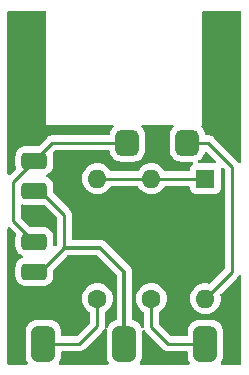
<source format=gbr>
%TF.GenerationSoftware,KiCad,Pcbnew,7.0.9*%
%TF.CreationDate,2025-02-23T20:23:03+01:00*%
%TF.ProjectId,filament-jar,66696c61-6d65-46e7-942d-6a61722e6b69,rev?*%
%TF.SameCoordinates,Original*%
%TF.FileFunction,Copper,L1,Top*%
%TF.FilePolarity,Positive*%
%FSLAX46Y46*%
G04 Gerber Fmt 4.6, Leading zero omitted, Abs format (unit mm)*
G04 Created by KiCad (PCBNEW 7.0.9) date 2025-02-23 20:23:03*
%MOMM*%
%LPD*%
G01*
G04 APERTURE LIST*
G04 Aperture macros list*
%AMRoundRect*
0 Rectangle with rounded corners*
0 $1 Rounding radius*
0 $2 $3 $4 $5 $6 $7 $8 $9 X,Y pos of 4 corners*
0 Add a 4 corners polygon primitive as box body*
4,1,4,$2,$3,$4,$5,$6,$7,$8,$9,$2,$3,0*
0 Add four circle primitives for the rounded corners*
1,1,$1+$1,$2,$3*
1,1,$1+$1,$4,$5*
1,1,$1+$1,$6,$7*
1,1,$1+$1,$8,$9*
0 Add four rect primitives between the rounded corners*
20,1,$1+$1,$2,$3,$4,$5,0*
20,1,$1+$1,$4,$5,$6,$7,0*
20,1,$1+$1,$6,$7,$8,$9,0*
20,1,$1+$1,$8,$9,$2,$3,0*%
G04 Aperture macros list end*
%TA.AperFunction,ConnectorPad*%
%ADD10RoundRect,0.500000X-0.500000X-1.000000X0.500000X-1.000000X0.500000X1.000000X-0.500000X1.000000X0*%
%TD*%
%TA.AperFunction,ConnectorPad*%
%ADD11RoundRect,0.350000X0.750000X-0.350000X0.750000X0.350000X-0.750000X0.350000X-0.750000X-0.350000X0*%
%TD*%
%TA.AperFunction,ComponentPad*%
%ADD12C,1.600000*%
%TD*%
%TA.AperFunction,ComponentPad*%
%ADD13O,1.600000X1.600000*%
%TD*%
%TA.AperFunction,ConnectorPad*%
%ADD14RoundRect,0.500000X-0.500000X-0.600000X0.500000X-0.600000X0.500000X0.600000X-0.500000X0.600000X0*%
%TD*%
%TA.AperFunction,ComponentPad*%
%ADD15R,1.600000X1.600000*%
%TD*%
%TA.AperFunction,Conductor*%
%ADD16C,0.250000*%
%TD*%
%TA.AperFunction,Conductor*%
%ADD17C,0.300000*%
%TD*%
G04 APERTURE END LIST*
D10*
%TO.P,,*%
%TO.N,LED*%
X108204000Y-78994000D03*
%TD*%
%TO.P,,*%
%TO.N,GND*%
X101346000Y-78994000D03*
%TD*%
D11*
%TO.P,,*%
%TO.N,VCC*%
X93726000Y-70358000D03*
%TD*%
%TO.P,,*%
%TO.N,GND*%
X93726000Y-72898000D03*
%TD*%
D12*
%TO.P,REF\u002A\u002A,1*%
%TO.N,LED*%
X99060000Y-75184000D03*
D13*
%TO.P,REF\u002A\u002A,2*%
%TO.N,VCC*%
X99060000Y-65024000D03*
%TD*%
D14*
%TO.P,,*%
%TO.N,VCC*%
X101600000Y-61976000D03*
%TD*%
D15*
%TO.P,REF\u002A\u002A,1*%
%TO.N,VCC*%
X108204000Y-65024000D03*
D13*
%TO.P,REF\u002A\u002A,2*%
X108204000Y-75184000D03*
%TD*%
D12*
%TO.P,REF\u002A\u002A,1*%
%TO.N,LED*%
X103632000Y-75184000D03*
D13*
%TO.P,REF\u002A\u002A,2*%
%TO.N,VCC*%
X103632000Y-65024000D03*
%TD*%
D11*
%TO.P,,*%
%TO.N,GND*%
X93726000Y-66040000D03*
%TD*%
%TO.P,,*%
%TO.N,VCC*%
X93726000Y-63500000D03*
%TD*%
D10*
%TO.P,,*%
%TO.N,LED*%
X94488000Y-78994000D03*
%TD*%
D14*
%TO.P,,*%
%TO.N,VCC*%
X106680000Y-61976000D03*
%TD*%
D16*
%TO.N,VCC*%
X91948000Y-65278000D02*
X95250000Y-61976000D01*
X95250000Y-61976000D02*
X101600000Y-61976000D01*
X91948000Y-68580000D02*
X91948000Y-65278000D01*
X108458000Y-61976000D02*
X106680000Y-61976000D01*
X110490000Y-64008000D02*
X108458000Y-61976000D01*
X110490000Y-72898000D02*
X110490000Y-64008000D01*
X108204000Y-75184000D02*
X110490000Y-72898000D01*
X93726000Y-70358000D02*
X91948000Y-68580000D01*
X108204000Y-65024000D02*
X99060000Y-65024000D01*
D17*
%TO.N,GND*%
X99314000Y-70866000D02*
X96266000Y-70866000D01*
D16*
X96266000Y-68072000D02*
X96266000Y-70866000D01*
D17*
X101346000Y-72898000D02*
X99314000Y-70866000D01*
X101346000Y-79248000D02*
X101346000Y-72898000D01*
D16*
X94234000Y-66040000D02*
X96266000Y-68072000D01*
X96266000Y-70866000D02*
X94234000Y-72898000D01*
%TO.N,LED*%
X103632000Y-75692000D02*
X103632000Y-77597000D01*
X99060000Y-77470000D02*
X97536000Y-78994000D01*
X99060000Y-75184000D02*
X99060000Y-77470000D01*
X105029000Y-78994000D02*
X108204000Y-78994000D01*
X103632000Y-77597000D02*
X105029000Y-78994000D01*
X97536000Y-78994000D02*
X94488000Y-78994000D01*
%TD*%
%TA.AperFunction,NonConductor*%
G36*
X108322139Y-62736213D02*
G01*
X108359090Y-62761680D01*
X109109229Y-63511819D01*
X109142714Y-63573142D01*
X109137730Y-63642834D01*
X109095858Y-63698767D01*
X109030394Y-63723184D01*
X109021548Y-63723500D01*
X107649354Y-63723500D01*
X107582315Y-63703815D01*
X107536560Y-63651011D01*
X107526616Y-63581853D01*
X107555641Y-63518297D01*
X107591937Y-63489595D01*
X107733407Y-63415698D01*
X107891109Y-63287109D01*
X108019698Y-63129407D01*
X108113909Y-62949049D01*
X108152194Y-62815248D01*
X108189560Y-62756212D01*
X108252914Y-62726748D01*
X108322139Y-62736213D01*
G37*
%TD.AperFunction*%
%TA.AperFunction,NonConductor*%
G36*
X111194539Y-50820185D02*
G01*
X111240294Y-50872989D01*
X111251500Y-50924500D01*
X111251500Y-63610319D01*
X111231815Y-63677358D01*
X111179011Y-63723113D01*
X111109853Y-63733057D01*
X111046297Y-63704032D01*
X111027188Y-63683213D01*
X111015092Y-63666564D01*
X111011898Y-63661703D01*
X110988170Y-63621580D01*
X110988168Y-63621578D01*
X110988165Y-63621574D01*
X110974006Y-63607415D01*
X110961368Y-63592619D01*
X110949656Y-63576499D01*
X110949594Y-63576413D01*
X110913688Y-63546709D01*
X110909376Y-63542786D01*
X108958803Y-61592212D01*
X108948980Y-61579950D01*
X108948759Y-61580134D01*
X108943786Y-61574123D01*
X108925159Y-61556631D01*
X108893364Y-61526773D01*
X108882919Y-61516328D01*
X108872475Y-61505883D01*
X108866986Y-61501625D01*
X108862561Y-61497847D01*
X108828582Y-61465938D01*
X108828580Y-61465936D01*
X108828577Y-61465935D01*
X108811029Y-61456288D01*
X108794763Y-61445604D01*
X108778933Y-61433325D01*
X108736168Y-61414818D01*
X108730922Y-61412248D01*
X108690093Y-61389803D01*
X108690092Y-61389802D01*
X108670693Y-61384822D01*
X108652281Y-61378518D01*
X108633898Y-61370562D01*
X108633892Y-61370560D01*
X108587874Y-61363272D01*
X108582152Y-61362087D01*
X108537021Y-61350500D01*
X108537019Y-61350500D01*
X108516984Y-61350500D01*
X108497586Y-61348973D01*
X108490162Y-61347797D01*
X108477805Y-61345840D01*
X108477804Y-61345840D01*
X108431416Y-61350225D01*
X108425578Y-61350500D01*
X108296857Y-61350500D01*
X108229818Y-61330815D01*
X108184063Y-61278011D01*
X108173344Y-61237480D01*
X108169886Y-61198584D01*
X108169886Y-61198583D01*
X108169886Y-61198582D01*
X108113909Y-61002951D01*
X108019698Y-60822593D01*
X107891109Y-60664891D01*
X107891105Y-60664886D01*
X107889404Y-60663185D01*
X107888767Y-60662018D01*
X107887135Y-60660017D01*
X107887508Y-60659712D01*
X107855919Y-60601862D01*
X107860903Y-60532170D01*
X107902775Y-60476237D01*
X107929799Y-60460874D01*
X107949999Y-60452540D01*
X107950000Y-60452541D01*
X107950383Y-60452383D01*
X107950500Y-60452099D01*
X107950541Y-60452000D01*
X107950540Y-60451997D01*
X107950583Y-60427889D01*
X107950500Y-60427467D01*
X107950500Y-50924500D01*
X107970185Y-50857461D01*
X108022989Y-50811706D01*
X108074500Y-50800500D01*
X111127500Y-50800500D01*
X111194539Y-50820185D01*
G37*
%TD.AperFunction*%
%TA.AperFunction,NonConductor*%
G36*
X94684539Y-50820185D02*
G01*
X94730294Y-50872989D01*
X94741500Y-50924500D01*
X94741500Y-60427467D01*
X94741416Y-60427889D01*
X94741459Y-60452001D01*
X94741500Y-60452099D01*
X94741616Y-60452382D01*
X94741618Y-60452384D01*
X94741808Y-60452462D01*
X94742000Y-60452541D01*
X94742002Y-60452539D01*
X94766616Y-60452524D01*
X94766616Y-60452528D01*
X94766760Y-60452500D01*
X100301919Y-60452500D01*
X100368958Y-60472185D01*
X100414713Y-60524989D01*
X100424657Y-60594147D01*
X100395632Y-60657703D01*
X100389600Y-60664181D01*
X100388894Y-60664886D01*
X100260304Y-60822590D01*
X100166089Y-61002954D01*
X100110114Y-61198583D01*
X100110113Y-61198587D01*
X100106656Y-61237480D01*
X100081112Y-61302513D01*
X100024464Y-61343413D01*
X99983143Y-61350500D01*
X95332737Y-61350500D01*
X95317120Y-61348776D01*
X95317093Y-61349062D01*
X95309331Y-61348327D01*
X95240203Y-61350500D01*
X95210650Y-61350500D01*
X95209929Y-61350590D01*
X95203757Y-61351369D01*
X95197945Y-61351826D01*
X95151373Y-61353290D01*
X95151372Y-61353290D01*
X95132129Y-61358881D01*
X95113079Y-61362825D01*
X95093211Y-61365334D01*
X95093209Y-61365335D01*
X95049884Y-61382488D01*
X95044357Y-61384380D01*
X94999610Y-61397381D01*
X94999609Y-61397382D01*
X94982367Y-61407579D01*
X94964899Y-61416137D01*
X94946269Y-61423513D01*
X94946267Y-61423514D01*
X94908576Y-61450898D01*
X94903694Y-61454105D01*
X94863579Y-61477830D01*
X94849408Y-61492000D01*
X94834623Y-61504628D01*
X94818412Y-61516407D01*
X94788709Y-61552310D01*
X94784777Y-61556631D01*
X94078228Y-62263181D01*
X94016905Y-62296666D01*
X93990547Y-62299500D01*
X92902045Y-62299500D01*
X92860500Y-62302317D01*
X92680978Y-62346963D01*
X92680976Y-62346964D01*
X92515249Y-62429156D01*
X92371059Y-62545059D01*
X92255156Y-62689249D01*
X92172964Y-62854976D01*
X92172963Y-62854978D01*
X92128317Y-63034500D01*
X92125500Y-63076045D01*
X92125500Y-63923955D01*
X92128317Y-63965499D01*
X92142855Y-64023954D01*
X92160189Y-64093657D01*
X92160709Y-64095745D01*
X92157785Y-64165553D01*
X92128055Y-64213352D01*
X91652181Y-64689227D01*
X91590858Y-64722712D01*
X91521167Y-64717728D01*
X91465233Y-64675857D01*
X91440816Y-64610392D01*
X91440500Y-64601546D01*
X91440500Y-50924500D01*
X91460185Y-50857461D01*
X91512989Y-50811706D01*
X91564500Y-50800500D01*
X94617500Y-50800500D01*
X94684539Y-50820185D01*
G37*
%TD.AperFunction*%
%TA.AperFunction,NonConductor*%
G36*
X92727406Y-67204583D02*
G01*
X92860505Y-67237683D01*
X92898785Y-67240278D01*
X92902045Y-67240500D01*
X92902046Y-67240500D01*
X94498548Y-67240500D01*
X94565587Y-67260185D01*
X94586229Y-67276819D01*
X95604181Y-68294771D01*
X95637666Y-68356094D01*
X95640500Y-68382452D01*
X95640500Y-70555546D01*
X95620815Y-70622585D01*
X95604181Y-70643227D01*
X95538181Y-70709227D01*
X95476858Y-70742712D01*
X95407166Y-70737728D01*
X95351233Y-70695856D01*
X95326816Y-70630392D01*
X95326500Y-70621546D01*
X95326500Y-69934045D01*
X95326237Y-69930179D01*
X95323683Y-69892505D01*
X95279037Y-69712979D01*
X95196842Y-69547247D01*
X95146945Y-69485173D01*
X95080940Y-69403059D01*
X94978785Y-69320945D01*
X94936753Y-69287158D01*
X94936751Y-69287157D01*
X94936750Y-69287156D01*
X94771023Y-69204964D01*
X94771021Y-69204963D01*
X94591497Y-69160317D01*
X94591501Y-69160317D01*
X94549955Y-69157500D01*
X94549954Y-69157500D01*
X93461452Y-69157500D01*
X93394413Y-69137815D01*
X93373771Y-69121181D01*
X92609819Y-68357228D01*
X92576334Y-68295905D01*
X92573500Y-68269547D01*
X92573500Y-67324922D01*
X92593185Y-67257883D01*
X92645989Y-67212128D01*
X92715147Y-67202184D01*
X92727406Y-67204583D01*
G37*
%TD.AperFunction*%
%TA.AperFunction,NonConductor*%
G36*
X105448958Y-60472185D02*
G01*
X105494713Y-60524989D01*
X105504657Y-60594147D01*
X105475632Y-60657703D01*
X105469600Y-60664181D01*
X105468894Y-60664886D01*
X105340304Y-60822590D01*
X105246089Y-61002954D01*
X105190114Y-61198583D01*
X105190113Y-61198586D01*
X105179500Y-61317965D01*
X105179500Y-61317966D01*
X105179501Y-62634032D01*
X105179501Y-62634033D01*
X105190113Y-62753415D01*
X105246089Y-62949045D01*
X105246090Y-62949048D01*
X105246091Y-62949049D01*
X105340302Y-63129407D01*
X105340304Y-63129409D01*
X105468890Y-63287109D01*
X105562803Y-63363684D01*
X105626593Y-63415698D01*
X105806951Y-63509909D01*
X106002582Y-63565886D01*
X106121963Y-63576500D01*
X106121964Y-63576499D01*
X106121965Y-63576500D01*
X106121966Y-63576500D01*
X106121981Y-63576499D01*
X107061226Y-63576499D01*
X107128265Y-63596183D01*
X107174020Y-63648987D01*
X107183964Y-63718146D01*
X107154939Y-63781702D01*
X107135538Y-63799765D01*
X107046452Y-63866455D01*
X106960206Y-63981664D01*
X106960202Y-63981671D01*
X106909908Y-64116517D01*
X106903501Y-64176116D01*
X106903500Y-64176135D01*
X106903500Y-64274500D01*
X106883815Y-64341539D01*
X106831011Y-64387294D01*
X106779500Y-64398500D01*
X104846188Y-64398500D01*
X104779149Y-64378815D01*
X104744613Y-64345623D01*
X104632045Y-64184858D01*
X104471141Y-64023954D01*
X104284734Y-63893432D01*
X104284732Y-63893431D01*
X104078497Y-63797261D01*
X104078488Y-63797258D01*
X103858697Y-63738366D01*
X103858693Y-63738365D01*
X103858692Y-63738365D01*
X103858691Y-63738364D01*
X103858686Y-63738364D01*
X103632002Y-63718532D01*
X103631998Y-63718532D01*
X103405313Y-63738364D01*
X103405302Y-63738366D01*
X103185511Y-63797258D01*
X103185502Y-63797261D01*
X102979267Y-63893431D01*
X102979265Y-63893432D01*
X102792858Y-64023954D01*
X102631954Y-64184858D01*
X102519387Y-64345623D01*
X102464811Y-64389248D01*
X102417812Y-64398500D01*
X100274188Y-64398500D01*
X100207149Y-64378815D01*
X100172613Y-64345623D01*
X100060045Y-64184858D01*
X99899141Y-64023954D01*
X99712734Y-63893432D01*
X99712732Y-63893431D01*
X99506497Y-63797261D01*
X99506488Y-63797258D01*
X99286697Y-63738366D01*
X99286693Y-63738365D01*
X99286692Y-63738365D01*
X99286691Y-63738364D01*
X99286686Y-63738364D01*
X99060002Y-63718532D01*
X99059998Y-63718532D01*
X98833313Y-63738364D01*
X98833302Y-63738366D01*
X98613511Y-63797258D01*
X98613502Y-63797261D01*
X98407267Y-63893431D01*
X98407265Y-63893432D01*
X98220858Y-64023954D01*
X98059954Y-64184858D01*
X97929432Y-64371265D01*
X97929431Y-64371267D01*
X97833261Y-64577502D01*
X97833258Y-64577511D01*
X97774366Y-64797302D01*
X97774364Y-64797313D01*
X97754532Y-65023998D01*
X97754532Y-65024001D01*
X97774364Y-65250686D01*
X97774366Y-65250697D01*
X97833258Y-65470488D01*
X97833261Y-65470497D01*
X97929431Y-65676732D01*
X97929432Y-65676734D01*
X98059954Y-65863141D01*
X98220858Y-66024045D01*
X98220861Y-66024047D01*
X98407266Y-66154568D01*
X98613504Y-66250739D01*
X98833308Y-66309635D01*
X98995230Y-66323801D01*
X99059998Y-66329468D01*
X99060000Y-66329468D01*
X99060002Y-66329468D01*
X99116807Y-66324498D01*
X99286692Y-66309635D01*
X99506496Y-66250739D01*
X99712734Y-66154568D01*
X99899139Y-66024047D01*
X100060047Y-65863139D01*
X100138681Y-65750836D01*
X100172613Y-65702377D01*
X100227189Y-65658752D01*
X100274188Y-65649500D01*
X102417812Y-65649500D01*
X102484851Y-65669185D01*
X102519387Y-65702377D01*
X102631954Y-65863141D01*
X102792858Y-66024045D01*
X102792861Y-66024047D01*
X102979266Y-66154568D01*
X103185504Y-66250739D01*
X103405308Y-66309635D01*
X103567230Y-66323801D01*
X103631998Y-66329468D01*
X103632000Y-66329468D01*
X103632002Y-66329468D01*
X103688807Y-66324498D01*
X103858692Y-66309635D01*
X104078496Y-66250739D01*
X104284734Y-66154568D01*
X104471139Y-66024047D01*
X104632047Y-65863139D01*
X104710681Y-65750836D01*
X104744613Y-65702377D01*
X104799189Y-65658752D01*
X104846188Y-65649500D01*
X106779501Y-65649500D01*
X106846540Y-65669185D01*
X106892295Y-65721989D01*
X106903501Y-65773500D01*
X106903501Y-65871876D01*
X106909908Y-65931483D01*
X106960202Y-66066328D01*
X106960206Y-66066335D01*
X107046452Y-66181544D01*
X107046455Y-66181547D01*
X107161664Y-66267793D01*
X107161671Y-66267797D01*
X107296517Y-66318091D01*
X107296516Y-66318091D01*
X107303444Y-66318835D01*
X107356127Y-66324500D01*
X109051872Y-66324499D01*
X109111483Y-66318091D01*
X109246331Y-66267796D01*
X109361546Y-66181546D01*
X109447796Y-66066331D01*
X109498091Y-65931483D01*
X109504500Y-65871873D01*
X109504499Y-64206450D01*
X109524184Y-64139412D01*
X109576987Y-64093657D01*
X109646146Y-64083713D01*
X109709702Y-64112738D01*
X109716180Y-64118770D01*
X109828181Y-64230771D01*
X109861666Y-64292094D01*
X109864500Y-64318452D01*
X109864500Y-72587546D01*
X109844815Y-72654585D01*
X109828181Y-72675227D01*
X108618821Y-73884586D01*
X108557498Y-73918071D01*
X108499048Y-73916680D01*
X108430697Y-73898366D01*
X108430693Y-73898365D01*
X108430692Y-73898365D01*
X108317346Y-73888448D01*
X108204001Y-73878532D01*
X108203998Y-73878532D01*
X107977313Y-73898364D01*
X107977302Y-73898366D01*
X107757511Y-73957258D01*
X107757502Y-73957261D01*
X107551267Y-74053431D01*
X107551265Y-74053432D01*
X107364858Y-74183954D01*
X107203954Y-74344858D01*
X107073432Y-74531265D01*
X107073431Y-74531267D01*
X106977261Y-74737502D01*
X106977258Y-74737511D01*
X106918366Y-74957302D01*
X106918364Y-74957313D01*
X106898532Y-75183998D01*
X106898532Y-75184001D01*
X106918364Y-75410686D01*
X106918366Y-75410697D01*
X106977258Y-75630488D01*
X106977261Y-75630497D01*
X107073431Y-75836732D01*
X107073432Y-75836734D01*
X107203954Y-76023141D01*
X107364858Y-76184045D01*
X107364861Y-76184047D01*
X107551266Y-76314568D01*
X107757504Y-76410739D01*
X107977308Y-76469635D01*
X108139230Y-76483801D01*
X108203998Y-76489468D01*
X108204000Y-76489468D01*
X108204002Y-76489468D01*
X108260673Y-76484509D01*
X108430692Y-76469635D01*
X108650496Y-76410739D01*
X108856734Y-76314568D01*
X109043139Y-76184047D01*
X109204047Y-76023139D01*
X109334568Y-75836734D01*
X109430739Y-75630496D01*
X109489635Y-75410692D01*
X109509468Y-75184000D01*
X109489635Y-74957308D01*
X109471318Y-74888948D01*
X109472981Y-74819103D01*
X109503410Y-74769179D01*
X110873788Y-73398801D01*
X110886042Y-73388986D01*
X110885859Y-73388764D01*
X110891866Y-73383792D01*
X110891877Y-73383786D01*
X110922775Y-73350882D01*
X110939227Y-73333364D01*
X110949671Y-73322918D01*
X110960120Y-73312471D01*
X110964379Y-73306978D01*
X110968152Y-73302561D01*
X111000062Y-73268582D01*
X111009713Y-73251024D01*
X111020398Y-73234758D01*
X111029527Y-73222992D01*
X111086173Y-73182090D01*
X111155940Y-73178305D01*
X111216677Y-73212841D01*
X111249102Y-73274731D01*
X111251500Y-73299000D01*
X111251500Y-80647500D01*
X111231815Y-80714539D01*
X111179011Y-80760294D01*
X111127500Y-80771500D01*
X109622080Y-80771500D01*
X109555041Y-80751815D01*
X109509286Y-80699011D01*
X109499342Y-80629853D01*
X109525977Y-80569140D01*
X109543698Y-80547407D01*
X109637909Y-80367049D01*
X109693886Y-80171418D01*
X109704500Y-80052037D01*
X109704499Y-77935964D01*
X109693886Y-77816582D01*
X109637909Y-77620951D01*
X109543698Y-77440593D01*
X109491684Y-77376803D01*
X109415109Y-77282890D01*
X109257409Y-77154304D01*
X109257410Y-77154304D01*
X109257407Y-77154302D01*
X109077049Y-77060091D01*
X109077048Y-77060090D01*
X109077045Y-77060089D01*
X108944388Y-77022132D01*
X108881418Y-77004114D01*
X108881415Y-77004113D01*
X108881413Y-77004113D01*
X108790983Y-76996073D01*
X108762037Y-76993500D01*
X108762035Y-76993500D01*
X108762034Y-76993500D01*
X108283720Y-76993500D01*
X107645964Y-76993501D01*
X107616727Y-76996100D01*
X107526584Y-77004113D01*
X107330954Y-77060089D01*
X107240772Y-77107196D01*
X107150593Y-77154302D01*
X107150591Y-77154303D01*
X107150590Y-77154304D01*
X106992890Y-77282890D01*
X106866761Y-77437577D01*
X106864302Y-77440593D01*
X106828265Y-77509582D01*
X106770089Y-77620954D01*
X106732080Y-77753792D01*
X106718906Y-77799837D01*
X106714114Y-77816583D01*
X106714113Y-77816586D01*
X106703500Y-77935965D01*
X106703500Y-78244500D01*
X106683815Y-78311539D01*
X106631011Y-78357294D01*
X106579500Y-78368500D01*
X105339453Y-78368500D01*
X105272414Y-78348815D01*
X105251772Y-78332181D01*
X104293819Y-77374228D01*
X104260334Y-77312905D01*
X104257500Y-77286547D01*
X104257500Y-76398188D01*
X104277185Y-76331149D01*
X104310377Y-76296613D01*
X104358836Y-76262681D01*
X104471139Y-76184047D01*
X104632047Y-76023139D01*
X104762568Y-75836734D01*
X104858739Y-75630496D01*
X104917635Y-75410692D01*
X104937468Y-75184000D01*
X104917635Y-74957308D01*
X104858739Y-74737504D01*
X104762568Y-74531266D01*
X104632047Y-74344861D01*
X104632045Y-74344858D01*
X104471141Y-74183954D01*
X104284734Y-74053432D01*
X104284732Y-74053431D01*
X104078497Y-73957261D01*
X104078488Y-73957258D01*
X103858697Y-73898366D01*
X103858693Y-73898365D01*
X103858692Y-73898365D01*
X103858691Y-73898364D01*
X103858686Y-73898364D01*
X103632002Y-73878532D01*
X103631998Y-73878532D01*
X103405313Y-73898364D01*
X103405302Y-73898366D01*
X103185511Y-73957258D01*
X103185502Y-73957261D01*
X102979267Y-74053431D01*
X102979265Y-74053432D01*
X102792858Y-74183954D01*
X102631954Y-74344858D01*
X102501432Y-74531265D01*
X102501431Y-74531267D01*
X102405261Y-74737502D01*
X102405258Y-74737511D01*
X102346366Y-74957302D01*
X102346364Y-74957313D01*
X102326532Y-75183998D01*
X102326532Y-75184001D01*
X102346364Y-75410686D01*
X102346366Y-75410697D01*
X102405258Y-75630488D01*
X102405261Y-75630497D01*
X102501431Y-75836732D01*
X102501432Y-75836734D01*
X102631954Y-76023141D01*
X102792858Y-76184045D01*
X102953623Y-76296613D01*
X102997248Y-76351189D01*
X103006500Y-76398188D01*
X103006500Y-77514255D01*
X103004775Y-77529872D01*
X103005061Y-77529899D01*
X103004326Y-77537667D01*
X103004458Y-77541846D01*
X103003631Y-77545028D01*
X103003593Y-77545432D01*
X103003527Y-77545425D01*
X102986887Y-77609470D01*
X102935546Y-77656860D01*
X102866733Y-77668969D01*
X102802298Y-77641954D01*
X102770611Y-77603151D01*
X102685698Y-77440593D01*
X102633684Y-77376803D01*
X102557109Y-77282890D01*
X102399409Y-77154304D01*
X102399410Y-77154304D01*
X102399407Y-77154302D01*
X102219049Y-77060091D01*
X102219042Y-77060089D01*
X102086388Y-77022132D01*
X102027350Y-76984764D01*
X101997887Y-76921411D01*
X101996500Y-76902916D01*
X101996500Y-72983502D01*
X101998268Y-72967489D01*
X101998026Y-72967467D01*
X101998758Y-72959711D01*
X101998760Y-72959704D01*
X101996500Y-72887796D01*
X101996500Y-72857075D01*
X101995579Y-72849788D01*
X101995122Y-72843979D01*
X101993597Y-72795431D01*
X101987676Y-72775053D01*
X101983731Y-72756004D01*
X101981071Y-72734942D01*
X101963185Y-72689769D01*
X101961296Y-72684249D01*
X101952441Y-72653771D01*
X101947744Y-72637602D01*
X101936940Y-72619334D01*
X101928378Y-72601856D01*
X101920568Y-72582129D01*
X101920565Y-72582125D01*
X101892014Y-72542827D01*
X101888811Y-72537951D01*
X101864081Y-72496135D01*
X101864079Y-72496133D01*
X101864078Y-72496131D01*
X101849075Y-72481129D01*
X101836435Y-72466330D01*
X101823961Y-72449160D01*
X101786528Y-72418194D01*
X101782206Y-72414260D01*
X99834434Y-70466488D01*
X99824361Y-70453914D01*
X99824174Y-70454070D01*
X99819201Y-70448059D01*
X99766756Y-70398810D01*
X99745035Y-70377089D01*
X99739240Y-70372594D01*
X99734798Y-70368799D01*
X99699396Y-70335554D01*
X99699388Y-70335548D01*
X99680792Y-70325325D01*
X99664531Y-70314644D01*
X99647763Y-70301637D01*
X99624295Y-70291482D01*
X99603178Y-70282343D01*
X99597956Y-70279786D01*
X99555368Y-70256373D01*
X99555365Y-70256372D01*
X99534801Y-70251092D01*
X99516396Y-70244790D01*
X99496927Y-70236365D01*
X99496921Y-70236363D01*
X99448951Y-70228766D01*
X99443236Y-70227582D01*
X99426772Y-70223355D01*
X99396180Y-70215500D01*
X99396177Y-70215500D01*
X99374955Y-70215500D01*
X99355555Y-70213973D01*
X99334596Y-70210653D01*
X99334595Y-70210653D01*
X99310786Y-70212903D01*
X99286230Y-70215225D01*
X99280392Y-70215500D01*
X97015500Y-70215500D01*
X96948461Y-70195815D01*
X96902706Y-70143011D01*
X96891500Y-70091500D01*
X96891500Y-68154742D01*
X96893224Y-68139122D01*
X96892939Y-68139096D01*
X96893671Y-68131340D01*
X96893673Y-68131333D01*
X96891500Y-68062185D01*
X96891500Y-68032650D01*
X96890631Y-68025772D01*
X96890172Y-68019943D01*
X96888709Y-67973372D01*
X96883122Y-67954144D01*
X96879174Y-67935084D01*
X96876663Y-67915204D01*
X96859512Y-67871887D01*
X96857619Y-67866358D01*
X96844618Y-67821609D01*
X96844616Y-67821606D01*
X96834423Y-67804371D01*
X96825861Y-67786894D01*
X96818487Y-67768270D01*
X96818486Y-67768268D01*
X96791079Y-67730545D01*
X96787888Y-67725686D01*
X96764172Y-67685583D01*
X96764165Y-67685574D01*
X96750006Y-67671415D01*
X96737368Y-67656619D01*
X96725594Y-67640413D01*
X96689688Y-67610709D01*
X96685376Y-67606786D01*
X95362819Y-66284228D01*
X95329334Y-66222905D01*
X95326500Y-66196547D01*
X95326500Y-65616045D01*
X95326237Y-65612179D01*
X95323683Y-65574505D01*
X95279037Y-65394979D01*
X95196842Y-65229247D01*
X95133959Y-65151018D01*
X95080940Y-65085059D01*
X94978249Y-65002514D01*
X94936753Y-64969158D01*
X94936751Y-64969157D01*
X94936750Y-64969156D01*
X94771026Y-64886965D01*
X94769470Y-64886394D01*
X94768653Y-64885788D01*
X94764998Y-64883976D01*
X94765322Y-64883321D01*
X94713331Y-64844798D01*
X94688592Y-64779455D01*
X94703108Y-64711110D01*
X94752269Y-64661462D01*
X94769470Y-64653606D01*
X94771011Y-64653039D01*
X94771021Y-64653037D01*
X94936753Y-64570842D01*
X95080940Y-64454940D01*
X95196842Y-64310753D01*
X95279037Y-64145021D01*
X95323683Y-63965495D01*
X95326500Y-63923954D01*
X95326500Y-63076046D01*
X95323683Y-63034505D01*
X95291290Y-62904250D01*
X95294214Y-62834444D01*
X95323945Y-62786644D01*
X95472774Y-62637818D01*
X95534097Y-62604334D01*
X95560454Y-62601500D01*
X99983143Y-62601500D01*
X100050182Y-62621185D01*
X100095937Y-62673989D01*
X100106656Y-62714520D01*
X100110113Y-62753415D01*
X100166089Y-62949045D01*
X100166090Y-62949048D01*
X100166091Y-62949049D01*
X100260302Y-63129407D01*
X100260304Y-63129409D01*
X100388890Y-63287109D01*
X100482803Y-63363684D01*
X100546593Y-63415698D01*
X100726951Y-63509909D01*
X100922582Y-63565886D01*
X101041963Y-63576500D01*
X101041964Y-63576499D01*
X101041965Y-63576500D01*
X101041966Y-63576500D01*
X101520280Y-63576499D01*
X102158036Y-63576499D01*
X102277418Y-63565886D01*
X102473049Y-63509909D01*
X102653407Y-63415698D01*
X102811109Y-63287109D01*
X102939698Y-63129407D01*
X103033909Y-62949049D01*
X103089886Y-62753418D01*
X103100500Y-62634037D01*
X103100499Y-61317964D01*
X103089886Y-61198582D01*
X103033909Y-61002951D01*
X102939698Y-60822593D01*
X102811109Y-60664891D01*
X102811105Y-60664886D01*
X102810400Y-60664181D01*
X102810135Y-60663697D01*
X102807135Y-60660017D01*
X102807820Y-60659457D01*
X102776915Y-60602858D01*
X102781899Y-60533166D01*
X102823771Y-60477233D01*
X102889235Y-60452816D01*
X102898081Y-60452500D01*
X105381919Y-60452500D01*
X105448958Y-60472185D01*
G37*
%TD.AperFunction*%
%TA.AperFunction,NonConductor*%
G36*
X103051702Y-77866113D02*
G01*
X103074710Y-77894581D01*
X103074930Y-77894422D01*
X103078033Y-77898693D01*
X103079162Y-77900090D01*
X103079516Y-77900735D01*
X103106898Y-77938423D01*
X103110106Y-77943307D01*
X103133827Y-77983416D01*
X103133833Y-77983424D01*
X103147990Y-77997580D01*
X103160628Y-78012376D01*
X103172405Y-78028586D01*
X103172406Y-78028587D01*
X103208309Y-78058288D01*
X103212620Y-78062210D01*
X104518685Y-79368276D01*
X104528197Y-79377788D01*
X104538022Y-79390051D01*
X104538243Y-79389869D01*
X104543214Y-79395878D01*
X104564043Y-79415437D01*
X104593635Y-79443226D01*
X104614529Y-79464120D01*
X104620011Y-79468373D01*
X104624443Y-79472157D01*
X104658418Y-79504062D01*
X104675976Y-79513714D01*
X104692235Y-79524395D01*
X104708064Y-79536673D01*
X104750838Y-79555182D01*
X104756056Y-79557738D01*
X104796908Y-79580197D01*
X104816316Y-79585180D01*
X104834717Y-79591480D01*
X104853104Y-79599437D01*
X104896488Y-79606308D01*
X104899119Y-79606725D01*
X104904839Y-79607909D01*
X104949981Y-79619500D01*
X104970016Y-79619500D01*
X104989414Y-79621026D01*
X105009194Y-79624159D01*
X105009195Y-79624160D01*
X105009195Y-79624159D01*
X105009196Y-79624160D01*
X105055584Y-79619775D01*
X105061422Y-79619500D01*
X106579501Y-79619500D01*
X106646540Y-79639185D01*
X106692295Y-79691989D01*
X106703501Y-79743500D01*
X106703501Y-80052033D01*
X106714113Y-80171415D01*
X106770089Y-80367045D01*
X106864303Y-80547408D01*
X106882023Y-80569140D01*
X106909131Y-80633536D01*
X106897121Y-80702366D01*
X106849806Y-80753776D01*
X106785920Y-80771500D01*
X102764080Y-80771500D01*
X102697041Y-80751815D01*
X102651286Y-80699011D01*
X102641342Y-80629853D01*
X102667977Y-80569140D01*
X102685698Y-80547407D01*
X102779909Y-80367049D01*
X102835886Y-80171418D01*
X102846500Y-80052037D01*
X102846499Y-77959825D01*
X102866184Y-77892787D01*
X102918987Y-77847032D01*
X102988146Y-77837088D01*
X103051702Y-77866113D01*
G37*
%TD.AperFunction*%
%TA.AperFunction,NonConductor*%
G36*
X99797839Y-77696583D02*
G01*
X99844641Y-77748461D01*
X99856414Y-77813200D01*
X99845500Y-77935965D01*
X99845500Y-77935966D01*
X99845501Y-80052032D01*
X99845501Y-80052033D01*
X99856113Y-80171415D01*
X99912089Y-80367045D01*
X100006303Y-80547408D01*
X100024023Y-80569140D01*
X100051131Y-80633536D01*
X100039121Y-80702366D01*
X99991806Y-80753776D01*
X99927920Y-80771500D01*
X95906080Y-80771500D01*
X95839041Y-80751815D01*
X95793286Y-80699011D01*
X95783342Y-80629853D01*
X95809977Y-80569140D01*
X95827698Y-80547407D01*
X95921909Y-80367049D01*
X95977886Y-80171418D01*
X95988500Y-80052037D01*
X95988500Y-79743500D01*
X96008185Y-79676461D01*
X96060989Y-79630706D01*
X96112500Y-79619500D01*
X97453257Y-79619500D01*
X97468877Y-79621224D01*
X97468904Y-79620939D01*
X97476660Y-79621671D01*
X97476667Y-79621673D01*
X97545814Y-79619500D01*
X97575350Y-79619500D01*
X97582228Y-79618630D01*
X97588041Y-79618172D01*
X97634627Y-79616709D01*
X97653869Y-79611117D01*
X97672912Y-79607174D01*
X97692792Y-79604664D01*
X97736122Y-79587507D01*
X97741646Y-79585617D01*
X97745396Y-79584527D01*
X97786390Y-79572618D01*
X97803629Y-79562422D01*
X97821103Y-79553862D01*
X97839727Y-79546488D01*
X97839727Y-79546487D01*
X97839732Y-79546486D01*
X97877449Y-79519082D01*
X97882305Y-79515892D01*
X97922420Y-79492170D01*
X97936589Y-79477999D01*
X97951379Y-79465368D01*
X97967587Y-79453594D01*
X97997299Y-79417676D01*
X98001212Y-79413376D01*
X99443787Y-77970802D01*
X99456042Y-77960986D01*
X99455859Y-77960764D01*
X99461866Y-77955792D01*
X99461877Y-77955786D01*
X99492775Y-77922882D01*
X99509227Y-77905364D01*
X99519671Y-77894918D01*
X99530120Y-77884471D01*
X99534379Y-77878978D01*
X99538152Y-77874561D01*
X99570062Y-77840582D01*
X99579713Y-77823024D01*
X99590396Y-77806761D01*
X99602673Y-77790936D01*
X99619098Y-77752975D01*
X99663787Y-77699268D01*
X99730418Y-77678245D01*
X99797839Y-77696583D01*
G37*
%TD.AperFunction*%
%TA.AperFunction,NonConductor*%
G36*
X91645703Y-69162739D02*
G01*
X91652181Y-69168771D01*
X92128055Y-69644645D01*
X92161540Y-69705968D01*
X92160709Y-69762252D01*
X92128317Y-69892500D01*
X92125500Y-69934045D01*
X92125500Y-70781955D01*
X92128317Y-70823499D01*
X92172963Y-71003021D01*
X92172964Y-71003023D01*
X92255156Y-71168750D01*
X92371059Y-71312940D01*
X92453173Y-71378945D01*
X92515247Y-71428842D01*
X92680979Y-71511037D01*
X92680986Y-71511038D01*
X92682534Y-71511608D01*
X92683350Y-71512213D01*
X92687002Y-71514024D01*
X92686677Y-71514678D01*
X92738671Y-71553206D01*
X92763407Y-71618550D01*
X92748889Y-71686895D01*
X92699725Y-71736541D01*
X92682534Y-71744392D01*
X92680976Y-71744964D01*
X92515249Y-71827156D01*
X92371059Y-71943059D01*
X92255156Y-72087249D01*
X92172964Y-72252976D01*
X92172963Y-72252978D01*
X92128317Y-72432500D01*
X92125500Y-72474045D01*
X92125500Y-73321955D01*
X92128317Y-73363499D01*
X92172963Y-73543021D01*
X92172964Y-73543023D01*
X92255156Y-73708750D01*
X92371059Y-73852940D01*
X92427572Y-73898366D01*
X92515247Y-73968842D01*
X92680979Y-74051037D01*
X92860501Y-74095682D01*
X92860502Y-74095682D01*
X92860505Y-74095683D01*
X92897294Y-74098177D01*
X92902045Y-74098500D01*
X92902046Y-74098500D01*
X94549955Y-74098500D01*
X94553491Y-74098260D01*
X94591495Y-74095683D01*
X94771021Y-74051037D01*
X94936753Y-73968842D01*
X95080940Y-73852940D01*
X95196842Y-73708753D01*
X95279037Y-73543021D01*
X95323683Y-73363495D01*
X95326500Y-73321954D01*
X95326500Y-72741452D01*
X95346185Y-72674413D01*
X95362819Y-72653771D01*
X96463772Y-71552819D01*
X96525095Y-71519334D01*
X96551453Y-71516500D01*
X98993192Y-71516500D01*
X99060231Y-71536185D01*
X99080873Y-71552819D01*
X100659181Y-73131127D01*
X100692666Y-73192450D01*
X100695500Y-73218808D01*
X100695500Y-76902916D01*
X100675815Y-76969955D01*
X100623011Y-77015710D01*
X100605612Y-77022132D01*
X100472953Y-77060090D01*
X100472951Y-77060090D01*
X100472951Y-77060091D01*
X100292593Y-77154302D01*
X100292591Y-77154303D01*
X100292590Y-77154304D01*
X100134890Y-77282890D01*
X100008761Y-77437577D01*
X100006302Y-77440593D01*
X99919476Y-77606814D01*
X99919409Y-77606942D01*
X99870922Y-77657249D01*
X99802934Y-77673356D01*
X99737031Y-77650149D01*
X99694136Y-77594997D01*
X99685500Y-77549530D01*
X99685500Y-77528983D01*
X99687027Y-77509582D01*
X99690160Y-77489804D01*
X99685775Y-77443415D01*
X99685500Y-77437577D01*
X99685500Y-76398188D01*
X99705185Y-76331149D01*
X99738377Y-76296613D01*
X99786836Y-76262681D01*
X99899139Y-76184047D01*
X100060047Y-76023139D01*
X100190568Y-75836734D01*
X100286739Y-75630496D01*
X100345635Y-75410692D01*
X100365468Y-75184000D01*
X100345635Y-74957308D01*
X100286739Y-74737504D01*
X100190568Y-74531266D01*
X100060047Y-74344861D01*
X100060045Y-74344858D01*
X99899141Y-74183954D01*
X99712734Y-74053432D01*
X99712732Y-74053431D01*
X99506497Y-73957261D01*
X99506488Y-73957258D01*
X99286697Y-73898366D01*
X99286693Y-73898365D01*
X99286692Y-73898365D01*
X99286691Y-73898364D01*
X99286686Y-73898364D01*
X99060002Y-73878532D01*
X99059998Y-73878532D01*
X98833313Y-73898364D01*
X98833302Y-73898366D01*
X98613511Y-73957258D01*
X98613502Y-73957261D01*
X98407267Y-74053431D01*
X98407265Y-74053432D01*
X98220858Y-74183954D01*
X98059954Y-74344858D01*
X97929432Y-74531265D01*
X97929431Y-74531267D01*
X97833261Y-74737502D01*
X97833258Y-74737511D01*
X97774366Y-74957302D01*
X97774364Y-74957313D01*
X97754532Y-75183998D01*
X97754532Y-75184001D01*
X97774364Y-75410686D01*
X97774366Y-75410697D01*
X97833258Y-75630488D01*
X97833261Y-75630497D01*
X97929431Y-75836732D01*
X97929432Y-75836734D01*
X98059954Y-76023141D01*
X98220858Y-76184045D01*
X98381623Y-76296613D01*
X98425248Y-76351189D01*
X98434500Y-76398188D01*
X98434500Y-77159547D01*
X98414815Y-77226586D01*
X98398181Y-77247228D01*
X97313228Y-78332181D01*
X97251905Y-78365666D01*
X97225547Y-78368500D01*
X96112499Y-78368500D01*
X96045460Y-78348815D01*
X95999705Y-78296011D01*
X95988499Y-78244500D01*
X95988499Y-77935967D01*
X95985778Y-77905364D01*
X95977886Y-77816582D01*
X95921909Y-77620951D01*
X95827698Y-77440593D01*
X95775684Y-77376803D01*
X95699109Y-77282890D01*
X95541409Y-77154304D01*
X95541410Y-77154304D01*
X95541407Y-77154302D01*
X95361049Y-77060091D01*
X95361048Y-77060090D01*
X95361045Y-77060089D01*
X95228388Y-77022132D01*
X95165418Y-77004114D01*
X95165415Y-77004113D01*
X95165413Y-77004113D01*
X95074983Y-76996073D01*
X95046037Y-76993500D01*
X95046035Y-76993500D01*
X95046034Y-76993500D01*
X94567720Y-76993500D01*
X93929964Y-76993501D01*
X93900727Y-76996100D01*
X93810584Y-77004113D01*
X93614954Y-77060089D01*
X93524772Y-77107196D01*
X93434593Y-77154302D01*
X93434591Y-77154303D01*
X93434590Y-77154304D01*
X93276890Y-77282890D01*
X93150761Y-77437577D01*
X93148302Y-77440593D01*
X93112265Y-77509582D01*
X93054089Y-77620954D01*
X93016080Y-77753792D01*
X93002906Y-77799837D01*
X92998114Y-77816583D01*
X92998113Y-77816586D01*
X92987500Y-77935965D01*
X92987500Y-77935966D01*
X92987501Y-80052032D01*
X92987501Y-80052033D01*
X92998113Y-80171415D01*
X93054089Y-80367045D01*
X93148303Y-80547408D01*
X93166023Y-80569140D01*
X93193131Y-80633536D01*
X93181121Y-80702366D01*
X93133806Y-80753776D01*
X93069920Y-80771500D01*
X91564500Y-80771500D01*
X91497461Y-80751815D01*
X91451706Y-80699011D01*
X91440500Y-80647500D01*
X91440500Y-69256452D01*
X91460185Y-69189413D01*
X91512989Y-69143658D01*
X91582147Y-69133714D01*
X91645703Y-69162739D01*
G37*
%TD.AperFunction*%
M02*

</source>
